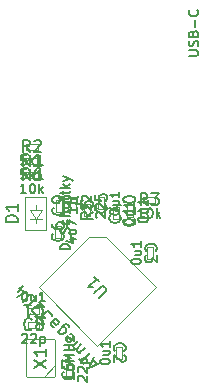
<source format=gbr>
G04 #@! TF.GenerationSoftware,KiCad,Pcbnew,(5.99.0-11424-g2f41dd4074)*
G04 #@! TF.CreationDate,2021-09-18T21:26:06+03:00*
G04 #@! TF.ProjectId,goldfish,676f6c64-6669-4736-982e-6b696361645f,C*
G04 #@! TF.SameCoordinates,Original*
G04 #@! TF.FileFunction,AssemblyDrawing,Top*
%FSLAX46Y46*%
G04 Gerber Fmt 4.6, Leading zero omitted, Abs format (unit mm)*
G04 Created by KiCad (PCBNEW (5.99.0-11424-g2f41dd4074)) date 2021-09-18 21:26:06*
%MOMM*%
%LPD*%
G01*
G04 APERTURE LIST*
%ADD10C,0.150000*%
%ADD11C,0.100000*%
G04 APERTURE END LIST*
D10*
X30642084Y-51522892D02*
X30305366Y-51186174D01*
X30911458Y-51388205D02*
X29968649Y-51859609D01*
X30440053Y-50916800D01*
X29598259Y-51489220D02*
X29194198Y-51085159D01*
X30103336Y-50580082D02*
X29396229Y-51287189D01*
X29665603Y-50142350D02*
X29194198Y-50613754D01*
X29261542Y-50546411D02*
X29194198Y-50546411D01*
X29093183Y-50512739D01*
X28992168Y-50411724D01*
X28958496Y-50310708D01*
X28992168Y-50209693D01*
X29362557Y-49839304D01*
X28992168Y-50209693D02*
X28891153Y-50243365D01*
X28790137Y-50209693D01*
X28689122Y-50108678D01*
X28655450Y-50007663D01*
X28689122Y-49906647D01*
X29059511Y-49536258D01*
X28419748Y-48963838D02*
X28520763Y-48997510D01*
X28655450Y-49132197D01*
X28689122Y-49233212D01*
X28655450Y-49334228D01*
X28386076Y-49603602D01*
X28285061Y-49637273D01*
X28184046Y-49603602D01*
X28049359Y-49468915D01*
X28015687Y-49367899D01*
X28049359Y-49266884D01*
X28116702Y-49199541D01*
X28520763Y-49468915D01*
X27342252Y-48761808D02*
X27914672Y-48189388D01*
X28015687Y-48155716D01*
X28083031Y-48155716D01*
X28184046Y-48189388D01*
X28285061Y-48290403D01*
X28318733Y-48391419D01*
X27779985Y-48324075D02*
X27881000Y-48357747D01*
X28015687Y-48492434D01*
X28049359Y-48593449D01*
X28049359Y-48660793D01*
X28015687Y-48761808D01*
X27813657Y-48963838D01*
X27712641Y-48997510D01*
X27645298Y-48997510D01*
X27544283Y-48963838D01*
X27409596Y-48829151D01*
X27375924Y-48728136D01*
X27173893Y-47650640D02*
X26803504Y-48021029D01*
X26769832Y-48122045D01*
X26803504Y-48223060D01*
X26938191Y-48357747D01*
X27039206Y-48391419D01*
X27140222Y-47684312D02*
X27241237Y-47717984D01*
X27409596Y-47886342D01*
X27443267Y-47987358D01*
X27409596Y-48088373D01*
X27342252Y-48155716D01*
X27241237Y-48189388D01*
X27140222Y-48155716D01*
X26971863Y-47987358D01*
X26870848Y-47953686D01*
X26197413Y-48088373D02*
X25759680Y-47650640D01*
X26264756Y-47616968D01*
X26163741Y-47515953D01*
X26130069Y-47414938D01*
X26130069Y-47347594D01*
X26163741Y-47246579D01*
X26332100Y-47078220D01*
X26433115Y-47044549D01*
X26500458Y-47044549D01*
X26601474Y-47078220D01*
X26803504Y-47280251D01*
X26837176Y-47381266D01*
X26837176Y-47448610D01*
X25557649Y-47313923D02*
X25490306Y-47313923D01*
X25389291Y-47280251D01*
X25220932Y-47111892D01*
X25187260Y-47010877D01*
X25187260Y-46943533D01*
X25220932Y-46842518D01*
X25288275Y-46775175D01*
X25422962Y-46707831D01*
X26231084Y-46707831D01*
X25793352Y-46270098D01*
X24783199Y-46674159D02*
X25355619Y-46101740D01*
X25389291Y-46000724D01*
X25389291Y-45933381D01*
X25355619Y-45832366D01*
X25220932Y-45697679D01*
X25119917Y-45664007D01*
X25052573Y-45664007D01*
X24951558Y-45697679D01*
X24379138Y-46270098D01*
X23975077Y-45394633D02*
X24446481Y-44923228D01*
X23874062Y-45832366D02*
X24547497Y-45495648D01*
X24109764Y-45057915D01*
X30851522Y-45925973D02*
X31423942Y-45353553D01*
X31457614Y-45252538D01*
X31457614Y-45185194D01*
X31423942Y-45084179D01*
X31289255Y-44949492D01*
X31188240Y-44915820D01*
X31120896Y-44915820D01*
X31019881Y-44949492D01*
X30447461Y-45521912D01*
X30447461Y-44107698D02*
X30851522Y-44511759D01*
X30649492Y-44309729D02*
X29942385Y-45016835D01*
X30110744Y-44983164D01*
X30245431Y-44983164D01*
X30346446Y-45016835D01*
X24328571Y-49008095D02*
X24366666Y-48970000D01*
X24442857Y-48931904D01*
X24633333Y-48931904D01*
X24709523Y-48970000D01*
X24747619Y-49008095D01*
X24785714Y-49084285D01*
X24785714Y-49160476D01*
X24747619Y-49274761D01*
X24290476Y-49731904D01*
X24785714Y-49731904D01*
X25090476Y-49008095D02*
X25128571Y-48970000D01*
X25204761Y-48931904D01*
X25395238Y-48931904D01*
X25471428Y-48970000D01*
X25509523Y-49008095D01*
X25547619Y-49084285D01*
X25547619Y-49160476D01*
X25509523Y-49274761D01*
X25052380Y-49731904D01*
X25547619Y-49731904D01*
X25890476Y-49198571D02*
X25890476Y-49998571D01*
X25890476Y-49236666D02*
X25966666Y-49198571D01*
X26119047Y-49198571D01*
X26195238Y-49236666D01*
X26233333Y-49274761D01*
X26271428Y-49350952D01*
X26271428Y-49579523D01*
X26233333Y-49655714D01*
X26195238Y-49693809D01*
X26119047Y-49731904D01*
X25966666Y-49731904D01*
X25890476Y-49693809D01*
X25133333Y-48557142D02*
X25085714Y-48604761D01*
X24942857Y-48652380D01*
X24847619Y-48652380D01*
X24704761Y-48604761D01*
X24609523Y-48509523D01*
X24561904Y-48414285D01*
X24514285Y-48223809D01*
X24514285Y-48080952D01*
X24561904Y-47890476D01*
X24609523Y-47795238D01*
X24704761Y-47700000D01*
X24847619Y-47652380D01*
X24942857Y-47652380D01*
X25085714Y-47700000D01*
X25133333Y-47747619D01*
X25704761Y-48080952D02*
X25609523Y-48033333D01*
X25561904Y-47985714D01*
X25514285Y-47890476D01*
X25514285Y-47842857D01*
X25561904Y-47747619D01*
X25609523Y-47700000D01*
X25704761Y-47652380D01*
X25895238Y-47652380D01*
X25990476Y-47700000D01*
X26038095Y-47747619D01*
X26085714Y-47842857D01*
X26085714Y-47890476D01*
X26038095Y-47985714D01*
X25990476Y-48033333D01*
X25895238Y-48080952D01*
X25704761Y-48080952D01*
X25609523Y-48128571D01*
X25561904Y-48176190D01*
X25514285Y-48271428D01*
X25514285Y-48461904D01*
X25561904Y-48557142D01*
X25609523Y-48604761D01*
X25704761Y-48652380D01*
X25895238Y-48652380D01*
X25990476Y-48604761D01*
X26038095Y-48557142D01*
X26085714Y-48461904D01*
X26085714Y-48271428D01*
X26038095Y-48176190D01*
X25990476Y-48128571D01*
X25895238Y-48080952D01*
X29108095Y-52971428D02*
X29070000Y-52933333D01*
X29031904Y-52857142D01*
X29031904Y-52666666D01*
X29070000Y-52590476D01*
X29108095Y-52552380D01*
X29184285Y-52514285D01*
X29260476Y-52514285D01*
X29374761Y-52552380D01*
X29831904Y-53009523D01*
X29831904Y-52514285D01*
X29108095Y-52209523D02*
X29070000Y-52171428D01*
X29031904Y-52095238D01*
X29031904Y-51904761D01*
X29070000Y-51828571D01*
X29108095Y-51790476D01*
X29184285Y-51752380D01*
X29260476Y-51752380D01*
X29374761Y-51790476D01*
X29831904Y-52247619D01*
X29831904Y-51752380D01*
X29298571Y-51409523D02*
X30098571Y-51409523D01*
X29336666Y-51409523D02*
X29298571Y-51333333D01*
X29298571Y-51180952D01*
X29336666Y-51104761D01*
X29374761Y-51066666D01*
X29450952Y-51028571D01*
X29679523Y-51028571D01*
X29755714Y-51066666D01*
X29793809Y-51104761D01*
X29831904Y-51180952D01*
X29831904Y-51333333D01*
X29793809Y-51409523D01*
X28657142Y-52166666D02*
X28704761Y-52214285D01*
X28752380Y-52357142D01*
X28752380Y-52452380D01*
X28704761Y-52595238D01*
X28609523Y-52690476D01*
X28514285Y-52738095D01*
X28323809Y-52785714D01*
X28180952Y-52785714D01*
X27990476Y-52738095D01*
X27895238Y-52690476D01*
X27800000Y-52595238D01*
X27752380Y-52452380D01*
X27752380Y-52357142D01*
X27800000Y-52214285D01*
X27847619Y-52166666D01*
X27752380Y-51833333D02*
X27752380Y-51166666D01*
X28752380Y-51595238D01*
X28711904Y-52352380D02*
X28711904Y-52809523D01*
X28711904Y-52580952D02*
X27911904Y-52580952D01*
X28026190Y-52657142D01*
X28102380Y-52733333D01*
X28140476Y-52809523D01*
X27911904Y-51666666D02*
X27911904Y-51819047D01*
X27950000Y-51895238D01*
X27988095Y-51933333D01*
X28102380Y-52009523D01*
X28254761Y-52047619D01*
X28559523Y-52047619D01*
X28635714Y-52009523D01*
X28673809Y-51971428D01*
X28711904Y-51895238D01*
X28711904Y-51742857D01*
X28673809Y-51666666D01*
X28635714Y-51628571D01*
X28559523Y-51590476D01*
X28369047Y-51590476D01*
X28292857Y-51628571D01*
X28254761Y-51666666D01*
X28216666Y-51742857D01*
X28216666Y-51895238D01*
X28254761Y-51971428D01*
X28292857Y-52009523D01*
X28369047Y-52047619D01*
X28711904Y-51247619D02*
X27911904Y-51247619D01*
X28483333Y-50980952D01*
X27911904Y-50714285D01*
X28711904Y-50714285D01*
X28711904Y-50333333D02*
X27911904Y-50333333D01*
X28292857Y-50333333D02*
X28292857Y-49876190D01*
X28711904Y-49876190D02*
X27911904Y-49876190D01*
X28178571Y-49571428D02*
X28178571Y-49152380D01*
X28711904Y-49571428D01*
X28711904Y-49152380D01*
X25352380Y-51809523D02*
X26352380Y-51142857D01*
X25352380Y-51142857D02*
X26352380Y-51809523D01*
X26352380Y-50238095D02*
X26352380Y-50809523D01*
X26352380Y-50523809D02*
X25352380Y-50523809D01*
X25495238Y-50619047D01*
X25590476Y-50714285D01*
X25638095Y-50809523D01*
X29458095Y-38459523D02*
X29420000Y-38421428D01*
X29381904Y-38345238D01*
X29381904Y-38154761D01*
X29420000Y-38078571D01*
X29458095Y-38040476D01*
X29534285Y-38002380D01*
X29610476Y-38002380D01*
X29724761Y-38040476D01*
X30181904Y-38497619D01*
X30181904Y-38002380D01*
X29458095Y-37697619D02*
X29420000Y-37659523D01*
X29381904Y-37583333D01*
X29381904Y-37392857D01*
X29420000Y-37316666D01*
X29458095Y-37278571D01*
X29534285Y-37240476D01*
X29610476Y-37240476D01*
X29724761Y-37278571D01*
X30181904Y-37735714D01*
X30181904Y-37240476D01*
X28483333Y-38302380D02*
X28150000Y-37826190D01*
X27911904Y-38302380D02*
X27911904Y-37302380D01*
X28292857Y-37302380D01*
X28388095Y-37350000D01*
X28435714Y-37397619D01*
X28483333Y-37492857D01*
X28483333Y-37635714D01*
X28435714Y-37730952D01*
X28388095Y-37778571D01*
X28292857Y-37826190D01*
X27911904Y-37826190D01*
X29340476Y-37635714D02*
X29340476Y-38302380D01*
X29102380Y-37254761D02*
X28864285Y-37969047D01*
X29483333Y-37969047D01*
X30658095Y-39109523D02*
X30620000Y-39071428D01*
X30581904Y-38995238D01*
X30581904Y-38804761D01*
X30620000Y-38728571D01*
X30658095Y-38690476D01*
X30734285Y-38652380D01*
X30810476Y-38652380D01*
X30924761Y-38690476D01*
X31381904Y-39147619D01*
X31381904Y-38652380D01*
X30658095Y-38347619D02*
X30620000Y-38309523D01*
X30581904Y-38233333D01*
X30581904Y-38042857D01*
X30620000Y-37966666D01*
X30658095Y-37928571D01*
X30734285Y-37890476D01*
X30810476Y-37890476D01*
X30924761Y-37928571D01*
X31381904Y-38385714D01*
X31381904Y-37890476D01*
X30302380Y-38666666D02*
X29826190Y-39000000D01*
X30302380Y-39238095D02*
X29302380Y-39238095D01*
X29302380Y-38857142D01*
X29350000Y-38761904D01*
X29397619Y-38714285D01*
X29492857Y-38666666D01*
X29635714Y-38666666D01*
X29730952Y-38714285D01*
X29778571Y-38761904D01*
X29826190Y-38857142D01*
X29826190Y-39238095D01*
X29302380Y-37761904D02*
X29302380Y-38238095D01*
X29778571Y-38285714D01*
X29730952Y-38238095D01*
X29683333Y-38142857D01*
X29683333Y-37904761D01*
X29730952Y-37809523D01*
X29778571Y-37761904D01*
X29873809Y-37714285D01*
X30111904Y-37714285D01*
X30207142Y-37761904D01*
X30254761Y-37809523D01*
X30302380Y-37904761D01*
X30302380Y-38142857D01*
X30254761Y-38238095D01*
X30207142Y-38285714D01*
X24673809Y-37031904D02*
X24216666Y-37031904D01*
X24445238Y-37031904D02*
X24445238Y-36231904D01*
X24369047Y-36346190D01*
X24292857Y-36422380D01*
X24216666Y-36460476D01*
X25169047Y-36231904D02*
X25245238Y-36231904D01*
X25321428Y-36270000D01*
X25359523Y-36308095D01*
X25397619Y-36384285D01*
X25435714Y-36536666D01*
X25435714Y-36727142D01*
X25397619Y-36879523D01*
X25359523Y-36955714D01*
X25321428Y-36993809D01*
X25245238Y-37031904D01*
X25169047Y-37031904D01*
X25092857Y-36993809D01*
X25054761Y-36955714D01*
X25016666Y-36879523D01*
X24978571Y-36727142D01*
X24978571Y-36536666D01*
X25016666Y-36384285D01*
X25054761Y-36308095D01*
X25092857Y-36270000D01*
X25169047Y-36231904D01*
X25778571Y-37031904D02*
X25778571Y-36231904D01*
X25854761Y-36727142D02*
X26083333Y-37031904D01*
X26083333Y-36498571D02*
X25778571Y-36803333D01*
X24983333Y-35952380D02*
X24650000Y-35476190D01*
X24411904Y-35952380D02*
X24411904Y-34952380D01*
X24792857Y-34952380D01*
X24888095Y-35000000D01*
X24935714Y-35047619D01*
X24983333Y-35142857D01*
X24983333Y-35285714D01*
X24935714Y-35380952D01*
X24888095Y-35428571D01*
X24792857Y-35476190D01*
X24411904Y-35476190D01*
X25840476Y-34952380D02*
X25650000Y-34952380D01*
X25554761Y-35000000D01*
X25507142Y-35047619D01*
X25411904Y-35190476D01*
X25364285Y-35380952D01*
X25364285Y-35761904D01*
X25411904Y-35857142D01*
X25459523Y-35904761D01*
X25554761Y-35952380D01*
X25745238Y-35952380D01*
X25840476Y-35904761D01*
X25888095Y-35857142D01*
X25935714Y-35761904D01*
X25935714Y-35523809D01*
X25888095Y-35428571D01*
X25840476Y-35380952D01*
X25745238Y-35333333D01*
X25554761Y-35333333D01*
X25459523Y-35380952D01*
X25411904Y-35428571D01*
X25364285Y-35523809D01*
X28981904Y-38233333D02*
X28981904Y-38690476D01*
X28981904Y-38461904D02*
X28181904Y-38461904D01*
X28296190Y-38538095D01*
X28372380Y-38614285D01*
X28410476Y-38690476D01*
X28448571Y-37547619D02*
X28981904Y-37547619D01*
X28448571Y-37890476D02*
X28867619Y-37890476D01*
X28943809Y-37852380D01*
X28981904Y-37776190D01*
X28981904Y-37661904D01*
X28943809Y-37585714D01*
X28905714Y-37547619D01*
X27807142Y-38266666D02*
X27854761Y-38314285D01*
X27902380Y-38457142D01*
X27902380Y-38552380D01*
X27854761Y-38695238D01*
X27759523Y-38790476D01*
X27664285Y-38838095D01*
X27473809Y-38885714D01*
X27330952Y-38885714D01*
X27140476Y-38838095D01*
X27045238Y-38790476D01*
X26950000Y-38695238D01*
X26902380Y-38552380D01*
X26902380Y-38457142D01*
X26950000Y-38314285D01*
X26997619Y-38266666D01*
X27902380Y-37790476D02*
X27902380Y-37600000D01*
X27854761Y-37504761D01*
X27807142Y-37457142D01*
X27664285Y-37361904D01*
X27473809Y-37314285D01*
X27092857Y-37314285D01*
X26997619Y-37361904D01*
X26950000Y-37409523D01*
X26902380Y-37504761D01*
X26902380Y-37695238D01*
X26950000Y-37790476D01*
X26997619Y-37838095D01*
X27092857Y-37885714D01*
X27330952Y-37885714D01*
X27426190Y-37838095D01*
X27473809Y-37790476D01*
X27521428Y-37695238D01*
X27521428Y-37504761D01*
X27473809Y-37409523D01*
X27426190Y-37361904D01*
X27330952Y-37314285D01*
X32981904Y-39530952D02*
X32981904Y-39454761D01*
X33020000Y-39378571D01*
X33058095Y-39340476D01*
X33134285Y-39302380D01*
X33286666Y-39264285D01*
X33477142Y-39264285D01*
X33629523Y-39302380D01*
X33705714Y-39340476D01*
X33743809Y-39378571D01*
X33781904Y-39454761D01*
X33781904Y-39530952D01*
X33743809Y-39607142D01*
X33705714Y-39645238D01*
X33629523Y-39683333D01*
X33477142Y-39721428D01*
X33286666Y-39721428D01*
X33134285Y-39683333D01*
X33058095Y-39645238D01*
X33020000Y-39607142D01*
X32981904Y-39530952D01*
X33248571Y-38578571D02*
X33781904Y-38578571D01*
X33248571Y-38921428D02*
X33667619Y-38921428D01*
X33743809Y-38883333D01*
X33781904Y-38807142D01*
X33781904Y-38692857D01*
X33743809Y-38616666D01*
X33705714Y-38578571D01*
X33781904Y-37778571D02*
X33781904Y-38235714D01*
X33781904Y-38007142D02*
X32981904Y-38007142D01*
X33096190Y-38083333D01*
X33172380Y-38159523D01*
X33210476Y-38235714D01*
X32607142Y-38916666D02*
X32654761Y-38964285D01*
X32702380Y-39107142D01*
X32702380Y-39202380D01*
X32654761Y-39345238D01*
X32559523Y-39440476D01*
X32464285Y-39488095D01*
X32273809Y-39535714D01*
X32130952Y-39535714D01*
X31940476Y-39488095D01*
X31845238Y-39440476D01*
X31750000Y-39345238D01*
X31702380Y-39202380D01*
X31702380Y-39107142D01*
X31750000Y-38964285D01*
X31797619Y-38916666D01*
X32035714Y-38059523D02*
X32702380Y-38059523D01*
X31654761Y-38297619D02*
X32369047Y-38535714D01*
X32369047Y-37916666D01*
X28361904Y-41797619D02*
X27561904Y-41797619D01*
X27561904Y-41607142D01*
X27600000Y-41492857D01*
X27676190Y-41416666D01*
X27752380Y-41378571D01*
X27904761Y-41340476D01*
X28019047Y-41340476D01*
X28171428Y-41378571D01*
X28247619Y-41416666D01*
X28323809Y-41492857D01*
X28361904Y-41607142D01*
X28361904Y-41797619D01*
X28438095Y-41188095D02*
X28438095Y-40578571D01*
X28323809Y-40426190D02*
X28361904Y-40311904D01*
X28361904Y-40121428D01*
X28323809Y-40045238D01*
X28285714Y-40007142D01*
X28209523Y-39969047D01*
X28133333Y-39969047D01*
X28057142Y-40007142D01*
X28019047Y-40045238D01*
X27980952Y-40121428D01*
X27942857Y-40273809D01*
X27904761Y-40350000D01*
X27866666Y-40388095D01*
X27790476Y-40426190D01*
X27714285Y-40426190D01*
X27638095Y-40388095D01*
X27600000Y-40350000D01*
X27561904Y-40273809D01*
X27561904Y-40083333D01*
X27600000Y-39969047D01*
X28323809Y-39283333D02*
X28361904Y-39359523D01*
X28361904Y-39511904D01*
X28323809Y-39588095D01*
X28285714Y-39626190D01*
X28209523Y-39664285D01*
X27980952Y-39664285D01*
X27904761Y-39626190D01*
X27866666Y-39588095D01*
X27828571Y-39511904D01*
X27828571Y-39359523D01*
X27866666Y-39283333D01*
X28361904Y-38940476D02*
X27561904Y-38940476D01*
X28361904Y-38597619D02*
X27942857Y-38597619D01*
X27866666Y-38635714D01*
X27828571Y-38711904D01*
X27828571Y-38826190D01*
X27866666Y-38902380D01*
X27904761Y-38940476D01*
X28361904Y-38102380D02*
X28323809Y-38178571D01*
X28285714Y-38216666D01*
X28209523Y-38254761D01*
X27980952Y-38254761D01*
X27904761Y-38216666D01*
X27866666Y-38178571D01*
X27828571Y-38102380D01*
X27828571Y-37988095D01*
X27866666Y-37911904D01*
X27904761Y-37873809D01*
X27980952Y-37835714D01*
X28209523Y-37835714D01*
X28285714Y-37873809D01*
X28323809Y-37911904D01*
X28361904Y-37988095D01*
X28361904Y-38102380D01*
X27828571Y-37607142D02*
X27828571Y-37302380D01*
X27561904Y-37492857D02*
X28247619Y-37492857D01*
X28323809Y-37454761D01*
X28361904Y-37378571D01*
X28361904Y-37302380D01*
X27828571Y-37150000D02*
X27828571Y-36845238D01*
X27561904Y-37035714D02*
X28247619Y-37035714D01*
X28323809Y-36997619D01*
X28361904Y-36921428D01*
X28361904Y-36845238D01*
X28361904Y-36578571D02*
X27561904Y-36578571D01*
X28057142Y-36502380D02*
X28361904Y-36273809D01*
X27828571Y-36273809D02*
X28133333Y-36578571D01*
X27828571Y-36007142D02*
X28361904Y-35816666D01*
X27828571Y-35626190D02*
X28361904Y-35816666D01*
X28552380Y-35892857D01*
X28590476Y-35930952D01*
X28628571Y-36007142D01*
X23952380Y-39488095D02*
X22952380Y-39488095D01*
X22952380Y-39250000D01*
X23000000Y-39107142D01*
X23095238Y-39011904D01*
X23190476Y-38964285D01*
X23380952Y-38916666D01*
X23523809Y-38916666D01*
X23714285Y-38964285D01*
X23809523Y-39011904D01*
X23904761Y-39107142D01*
X23952380Y-39250000D01*
X23952380Y-39488095D01*
X23952380Y-37964285D02*
X23952380Y-38535714D01*
X23952380Y-38250000D02*
X22952380Y-38250000D01*
X23095238Y-38345238D01*
X23190476Y-38440476D01*
X23238095Y-38535714D01*
X28398571Y-40890476D02*
X28931904Y-40890476D01*
X28093809Y-41080952D02*
X28665238Y-41271428D01*
X28665238Y-40776190D01*
X28398571Y-40128571D02*
X28931904Y-40128571D01*
X28398571Y-40471428D02*
X28817619Y-40471428D01*
X28893809Y-40433333D01*
X28931904Y-40357142D01*
X28931904Y-40242857D01*
X28893809Y-40166666D01*
X28855714Y-40128571D01*
X28131904Y-39823809D02*
X28131904Y-39290476D01*
X28931904Y-39633333D01*
X27757142Y-40466666D02*
X27804761Y-40514285D01*
X27852380Y-40657142D01*
X27852380Y-40752380D01*
X27804761Y-40895238D01*
X27709523Y-40990476D01*
X27614285Y-41038095D01*
X27423809Y-41085714D01*
X27280952Y-41085714D01*
X27090476Y-41038095D01*
X26995238Y-40990476D01*
X26900000Y-40895238D01*
X26852380Y-40752380D01*
X26852380Y-40657142D01*
X26900000Y-40514285D01*
X26947619Y-40466666D01*
X26852380Y-39609523D02*
X26852380Y-39800000D01*
X26900000Y-39895238D01*
X26947619Y-39942857D01*
X27090476Y-40038095D01*
X27280952Y-40085714D01*
X27661904Y-40085714D01*
X27757142Y-40038095D01*
X27804761Y-39990476D01*
X27852380Y-39895238D01*
X27852380Y-39704761D01*
X27804761Y-39609523D01*
X27757142Y-39561904D01*
X27661904Y-39514285D01*
X27423809Y-39514285D01*
X27328571Y-39561904D01*
X27280952Y-39609523D01*
X27233333Y-39704761D01*
X27233333Y-39895238D01*
X27280952Y-39990476D01*
X27328571Y-40038095D01*
X27423809Y-40085714D01*
X34623809Y-39131904D02*
X34166666Y-39131904D01*
X34395238Y-39131904D02*
X34395238Y-38331904D01*
X34319047Y-38446190D01*
X34242857Y-38522380D01*
X34166666Y-38560476D01*
X35119047Y-38331904D02*
X35195238Y-38331904D01*
X35271428Y-38370000D01*
X35309523Y-38408095D01*
X35347619Y-38484285D01*
X35385714Y-38636666D01*
X35385714Y-38827142D01*
X35347619Y-38979523D01*
X35309523Y-39055714D01*
X35271428Y-39093809D01*
X35195238Y-39131904D01*
X35119047Y-39131904D01*
X35042857Y-39093809D01*
X35004761Y-39055714D01*
X34966666Y-38979523D01*
X34928571Y-38827142D01*
X34928571Y-38636666D01*
X34966666Y-38484285D01*
X35004761Y-38408095D01*
X35042857Y-38370000D01*
X35119047Y-38331904D01*
X35728571Y-39131904D02*
X35728571Y-38331904D01*
X35804761Y-38827142D02*
X36033333Y-39131904D01*
X36033333Y-38598571D02*
X35728571Y-38903333D01*
X34933333Y-38052380D02*
X34600000Y-37576190D01*
X34361904Y-38052380D02*
X34361904Y-37052380D01*
X34742857Y-37052380D01*
X34838095Y-37100000D01*
X34885714Y-37147619D01*
X34933333Y-37242857D01*
X34933333Y-37385714D01*
X34885714Y-37480952D01*
X34838095Y-37528571D01*
X34742857Y-37576190D01*
X34361904Y-37576190D01*
X35266666Y-37052380D02*
X35885714Y-37052380D01*
X35552380Y-37433333D01*
X35695238Y-37433333D01*
X35790476Y-37480952D01*
X35838095Y-37528571D01*
X35885714Y-37623809D01*
X35885714Y-37861904D01*
X35838095Y-37957142D01*
X35790476Y-38004761D01*
X35695238Y-38052380D01*
X35409523Y-38052380D01*
X35314285Y-38004761D01*
X35266666Y-37957142D01*
X38451904Y-25394761D02*
X39099523Y-25394761D01*
X39175714Y-25356666D01*
X39213809Y-25318571D01*
X39251904Y-25242380D01*
X39251904Y-25090000D01*
X39213809Y-25013809D01*
X39175714Y-24975714D01*
X39099523Y-24937619D01*
X38451904Y-24937619D01*
X39213809Y-24594761D02*
X39251904Y-24480476D01*
X39251904Y-24290000D01*
X39213809Y-24213809D01*
X39175714Y-24175714D01*
X39099523Y-24137619D01*
X39023333Y-24137619D01*
X38947142Y-24175714D01*
X38909047Y-24213809D01*
X38870952Y-24290000D01*
X38832857Y-24442380D01*
X38794761Y-24518571D01*
X38756666Y-24556666D01*
X38680476Y-24594761D01*
X38604285Y-24594761D01*
X38528095Y-24556666D01*
X38490000Y-24518571D01*
X38451904Y-24442380D01*
X38451904Y-24251904D01*
X38490000Y-24137619D01*
X38832857Y-23528095D02*
X38870952Y-23413809D01*
X38909047Y-23375714D01*
X38985238Y-23337619D01*
X39099523Y-23337619D01*
X39175714Y-23375714D01*
X39213809Y-23413809D01*
X39251904Y-23490000D01*
X39251904Y-23794761D01*
X38451904Y-23794761D01*
X38451904Y-23528095D01*
X38490000Y-23451904D01*
X38528095Y-23413809D01*
X38604285Y-23375714D01*
X38680476Y-23375714D01*
X38756666Y-23413809D01*
X38794761Y-23451904D01*
X38832857Y-23528095D01*
X38832857Y-23794761D01*
X38947142Y-22994761D02*
X38947142Y-22385238D01*
X39175714Y-21547142D02*
X39213809Y-21585238D01*
X39251904Y-21699523D01*
X39251904Y-21775714D01*
X39213809Y-21890000D01*
X39137619Y-21966190D01*
X39061428Y-22004285D01*
X38909047Y-22042380D01*
X38794761Y-22042380D01*
X38642380Y-22004285D01*
X38566190Y-21966190D01*
X38490000Y-21890000D01*
X38451904Y-21775714D01*
X38451904Y-21699523D01*
X38490000Y-21585238D01*
X38528095Y-21547142D01*
X24635714Y-33831904D02*
X24254761Y-33831904D01*
X24216666Y-34212857D01*
X24254761Y-34174761D01*
X24330952Y-34136666D01*
X24521428Y-34136666D01*
X24597619Y-34174761D01*
X24635714Y-34212857D01*
X24673809Y-34289047D01*
X24673809Y-34479523D01*
X24635714Y-34555714D01*
X24597619Y-34593809D01*
X24521428Y-34631904D01*
X24330952Y-34631904D01*
X24254761Y-34593809D01*
X24216666Y-34555714D01*
X25016666Y-34631904D02*
X25016666Y-33831904D01*
X25092857Y-34327142D02*
X25321428Y-34631904D01*
X25321428Y-34098571D02*
X25016666Y-34403333D01*
X26083333Y-34631904D02*
X25626190Y-34631904D01*
X25854761Y-34631904D02*
X25854761Y-33831904D01*
X25778571Y-33946190D01*
X25702380Y-34022380D01*
X25626190Y-34060476D01*
X24983333Y-33552380D02*
X24650000Y-33076190D01*
X24411904Y-33552380D02*
X24411904Y-32552380D01*
X24792857Y-32552380D01*
X24888095Y-32600000D01*
X24935714Y-32647619D01*
X24983333Y-32742857D01*
X24983333Y-32885714D01*
X24935714Y-32980952D01*
X24888095Y-33028571D01*
X24792857Y-33076190D01*
X24411904Y-33076190D01*
X25364285Y-32647619D02*
X25411904Y-32600000D01*
X25507142Y-32552380D01*
X25745238Y-32552380D01*
X25840476Y-32600000D01*
X25888095Y-32647619D01*
X25935714Y-32742857D01*
X25935714Y-32838095D01*
X25888095Y-32980952D01*
X25316666Y-33552380D01*
X25935714Y-33552380D01*
X24635714Y-35031904D02*
X24254761Y-35031904D01*
X24216666Y-35412857D01*
X24254761Y-35374761D01*
X24330952Y-35336666D01*
X24521428Y-35336666D01*
X24597619Y-35374761D01*
X24635714Y-35412857D01*
X24673809Y-35489047D01*
X24673809Y-35679523D01*
X24635714Y-35755714D01*
X24597619Y-35793809D01*
X24521428Y-35831904D01*
X24330952Y-35831904D01*
X24254761Y-35793809D01*
X24216666Y-35755714D01*
X25016666Y-35831904D02*
X25016666Y-35031904D01*
X25092857Y-35527142D02*
X25321428Y-35831904D01*
X25321428Y-35298571D02*
X25016666Y-35603333D01*
X26083333Y-35831904D02*
X25626190Y-35831904D01*
X25854761Y-35831904D02*
X25854761Y-35031904D01*
X25778571Y-35146190D01*
X25702380Y-35222380D01*
X25626190Y-35260476D01*
X24983333Y-34752380D02*
X24650000Y-34276190D01*
X24411904Y-34752380D02*
X24411904Y-33752380D01*
X24792857Y-33752380D01*
X24888095Y-33800000D01*
X24935714Y-33847619D01*
X24983333Y-33942857D01*
X24983333Y-34085714D01*
X24935714Y-34180952D01*
X24888095Y-34228571D01*
X24792857Y-34276190D01*
X24411904Y-34276190D01*
X25935714Y-34752380D02*
X25364285Y-34752380D01*
X25650000Y-34752380D02*
X25650000Y-33752380D01*
X25554761Y-33895238D01*
X25459523Y-33990476D01*
X25364285Y-34038095D01*
X31781904Y-38680952D02*
X31781904Y-38604761D01*
X31820000Y-38528571D01*
X31858095Y-38490476D01*
X31934285Y-38452380D01*
X32086666Y-38414285D01*
X32277142Y-38414285D01*
X32429523Y-38452380D01*
X32505714Y-38490476D01*
X32543809Y-38528571D01*
X32581904Y-38604761D01*
X32581904Y-38680952D01*
X32543809Y-38757142D01*
X32505714Y-38795238D01*
X32429523Y-38833333D01*
X32277142Y-38871428D01*
X32086666Y-38871428D01*
X31934285Y-38833333D01*
X31858095Y-38795238D01*
X31820000Y-38757142D01*
X31781904Y-38680952D01*
X32048571Y-37728571D02*
X32581904Y-37728571D01*
X32048571Y-38071428D02*
X32467619Y-38071428D01*
X32543809Y-38033333D01*
X32581904Y-37957142D01*
X32581904Y-37842857D01*
X32543809Y-37766666D01*
X32505714Y-37728571D01*
X32581904Y-36928571D02*
X32581904Y-37385714D01*
X32581904Y-37157142D02*
X31781904Y-37157142D01*
X31896190Y-37233333D01*
X31972380Y-37309523D01*
X32010476Y-37385714D01*
X31407142Y-38066666D02*
X31454761Y-38114285D01*
X31502380Y-38257142D01*
X31502380Y-38352380D01*
X31454761Y-38495238D01*
X31359523Y-38590476D01*
X31264285Y-38638095D01*
X31073809Y-38685714D01*
X30930952Y-38685714D01*
X30740476Y-38638095D01*
X30645238Y-38590476D01*
X30550000Y-38495238D01*
X30502380Y-38352380D01*
X30502380Y-38257142D01*
X30550000Y-38114285D01*
X30597619Y-38066666D01*
X30502380Y-37161904D02*
X30502380Y-37638095D01*
X30978571Y-37685714D01*
X30930952Y-37638095D01*
X30883333Y-37542857D01*
X30883333Y-37304761D01*
X30930952Y-37209523D01*
X30978571Y-37161904D01*
X31073809Y-37114285D01*
X31311904Y-37114285D01*
X31407142Y-37161904D01*
X31454761Y-37209523D01*
X31502380Y-37304761D01*
X31502380Y-37542857D01*
X31454761Y-37638095D01*
X31407142Y-37685714D01*
X33591904Y-42880952D02*
X33591904Y-42804761D01*
X33630000Y-42728571D01*
X33668095Y-42690476D01*
X33744285Y-42652380D01*
X33896666Y-42614285D01*
X34087142Y-42614285D01*
X34239523Y-42652380D01*
X34315714Y-42690476D01*
X34353809Y-42728571D01*
X34391904Y-42804761D01*
X34391904Y-42880952D01*
X34353809Y-42957142D01*
X34315714Y-42995238D01*
X34239523Y-43033333D01*
X34087142Y-43071428D01*
X33896666Y-43071428D01*
X33744285Y-43033333D01*
X33668095Y-42995238D01*
X33630000Y-42957142D01*
X33591904Y-42880952D01*
X33858571Y-41928571D02*
X34391904Y-41928571D01*
X33858571Y-42271428D02*
X34277619Y-42271428D01*
X34353809Y-42233333D01*
X34391904Y-42157142D01*
X34391904Y-42042857D01*
X34353809Y-41966666D01*
X34315714Y-41928571D01*
X34391904Y-41128571D02*
X34391904Y-41585714D01*
X34391904Y-41357142D02*
X33591904Y-41357142D01*
X33706190Y-41433333D01*
X33782380Y-41509523D01*
X33820476Y-41585714D01*
X34842857Y-41933333D02*
X34795238Y-41885714D01*
X34747619Y-41742857D01*
X34747619Y-41647619D01*
X34795238Y-41504761D01*
X34890476Y-41409523D01*
X34985714Y-41361904D01*
X35176190Y-41314285D01*
X35319047Y-41314285D01*
X35509523Y-41361904D01*
X35604761Y-41409523D01*
X35700000Y-41504761D01*
X35747619Y-41647619D01*
X35747619Y-41742857D01*
X35700000Y-41885714D01*
X35652380Y-41933333D01*
X35747619Y-42266666D02*
X35747619Y-42885714D01*
X35366666Y-42552380D01*
X35366666Y-42695238D01*
X35319047Y-42790476D01*
X35271428Y-42838095D01*
X35176190Y-42885714D01*
X34938095Y-42885714D01*
X34842857Y-42838095D01*
X34795238Y-42790476D01*
X34747619Y-42695238D01*
X34747619Y-42409523D01*
X34795238Y-42314285D01*
X34842857Y-42266666D01*
X30941904Y-51330952D02*
X30941904Y-51254761D01*
X30980000Y-51178571D01*
X31018095Y-51140476D01*
X31094285Y-51102380D01*
X31246666Y-51064285D01*
X31437142Y-51064285D01*
X31589523Y-51102380D01*
X31665714Y-51140476D01*
X31703809Y-51178571D01*
X31741904Y-51254761D01*
X31741904Y-51330952D01*
X31703809Y-51407142D01*
X31665714Y-51445238D01*
X31589523Y-51483333D01*
X31437142Y-51521428D01*
X31246666Y-51521428D01*
X31094285Y-51483333D01*
X31018095Y-51445238D01*
X30980000Y-51407142D01*
X30941904Y-51330952D01*
X31208571Y-50378571D02*
X31741904Y-50378571D01*
X31208571Y-50721428D02*
X31627619Y-50721428D01*
X31703809Y-50683333D01*
X31741904Y-50607142D01*
X31741904Y-50492857D01*
X31703809Y-50416666D01*
X31665714Y-50378571D01*
X31741904Y-49578571D02*
X31741904Y-50035714D01*
X31741904Y-49807142D02*
X30941904Y-49807142D01*
X31056190Y-49883333D01*
X31132380Y-49959523D01*
X31170476Y-50035714D01*
X32192857Y-50383333D02*
X32145238Y-50335714D01*
X32097619Y-50192857D01*
X32097619Y-50097619D01*
X32145238Y-49954761D01*
X32240476Y-49859523D01*
X32335714Y-49811904D01*
X32526190Y-49764285D01*
X32669047Y-49764285D01*
X32859523Y-49811904D01*
X32954761Y-49859523D01*
X33050000Y-49954761D01*
X33097619Y-50097619D01*
X33097619Y-50192857D01*
X33050000Y-50335714D01*
X33002380Y-50383333D01*
X33002380Y-50764285D02*
X33050000Y-50811904D01*
X33097619Y-50907142D01*
X33097619Y-51145238D01*
X33050000Y-51240476D01*
X33002380Y-51288095D01*
X32907142Y-51335714D01*
X32811904Y-51335714D01*
X32669047Y-51288095D01*
X32097619Y-50716666D01*
X32097619Y-51335714D01*
X24519047Y-45391904D02*
X24595238Y-45391904D01*
X24671428Y-45430000D01*
X24709523Y-45468095D01*
X24747619Y-45544285D01*
X24785714Y-45696666D01*
X24785714Y-45887142D01*
X24747619Y-46039523D01*
X24709523Y-46115714D01*
X24671428Y-46153809D01*
X24595238Y-46191904D01*
X24519047Y-46191904D01*
X24442857Y-46153809D01*
X24404761Y-46115714D01*
X24366666Y-46039523D01*
X24328571Y-45887142D01*
X24328571Y-45696666D01*
X24366666Y-45544285D01*
X24404761Y-45468095D01*
X24442857Y-45430000D01*
X24519047Y-45391904D01*
X25471428Y-45658571D02*
X25471428Y-46191904D01*
X25128571Y-45658571D02*
X25128571Y-46077619D01*
X25166666Y-46153809D01*
X25242857Y-46191904D01*
X25357142Y-46191904D01*
X25433333Y-46153809D01*
X25471428Y-46115714D01*
X26271428Y-46191904D02*
X25814285Y-46191904D01*
X26042857Y-46191904D02*
X26042857Y-45391904D01*
X25966666Y-45506190D01*
X25890476Y-45582380D01*
X25814285Y-45620476D01*
X25466666Y-46642857D02*
X25514285Y-46595238D01*
X25657142Y-46547619D01*
X25752380Y-46547619D01*
X25895238Y-46595238D01*
X25990476Y-46690476D01*
X26038095Y-46785714D01*
X26085714Y-46976190D01*
X26085714Y-47119047D01*
X26038095Y-47309523D01*
X25990476Y-47404761D01*
X25895238Y-47500000D01*
X25752380Y-47547619D01*
X25657142Y-47547619D01*
X25514285Y-47500000D01*
X25466666Y-47452380D01*
X24514285Y-46547619D02*
X25085714Y-46547619D01*
X24800000Y-46547619D02*
X24800000Y-47547619D01*
X24895238Y-47404761D01*
X24990476Y-47309523D01*
X25085714Y-47261904D01*
X34181904Y-39330952D02*
X34181904Y-39254761D01*
X34220000Y-39178571D01*
X34258095Y-39140476D01*
X34334285Y-39102380D01*
X34486666Y-39064285D01*
X34677142Y-39064285D01*
X34829523Y-39102380D01*
X34905714Y-39140476D01*
X34943809Y-39178571D01*
X34981904Y-39254761D01*
X34981904Y-39330952D01*
X34943809Y-39407142D01*
X34905714Y-39445238D01*
X34829523Y-39483333D01*
X34677142Y-39521428D01*
X34486666Y-39521428D01*
X34334285Y-39483333D01*
X34258095Y-39445238D01*
X34220000Y-39407142D01*
X34181904Y-39330952D01*
X34448571Y-38378571D02*
X34981904Y-38378571D01*
X34448571Y-38721428D02*
X34867619Y-38721428D01*
X34943809Y-38683333D01*
X34981904Y-38607142D01*
X34981904Y-38492857D01*
X34943809Y-38416666D01*
X34905714Y-38378571D01*
X34981904Y-37578571D02*
X34981904Y-38035714D01*
X34981904Y-37807142D02*
X34181904Y-37807142D01*
X34296190Y-37883333D01*
X34372380Y-37959523D01*
X34410476Y-38035714D01*
X33807142Y-39192857D02*
X33854761Y-39240476D01*
X33902380Y-39383333D01*
X33902380Y-39478571D01*
X33854761Y-39621428D01*
X33759523Y-39716666D01*
X33664285Y-39764285D01*
X33473809Y-39811904D01*
X33330952Y-39811904D01*
X33140476Y-39764285D01*
X33045238Y-39716666D01*
X32950000Y-39621428D01*
X32902380Y-39478571D01*
X32902380Y-39383333D01*
X32950000Y-39240476D01*
X32997619Y-39192857D01*
X33902380Y-38240476D02*
X33902380Y-38811904D01*
X33902380Y-38526190D02*
X32902380Y-38526190D01*
X33045238Y-38621428D01*
X33140476Y-38716666D01*
X33188095Y-38811904D01*
X32902380Y-37621428D02*
X32902380Y-37526190D01*
X32950000Y-37430952D01*
X32997619Y-37383333D01*
X33092857Y-37335714D01*
X33283333Y-37288095D01*
X33521428Y-37288095D01*
X33711904Y-37335714D01*
X33807142Y-37383333D01*
X33854761Y-37430952D01*
X33902380Y-37526190D01*
X33902380Y-37621428D01*
X33854761Y-37716666D01*
X33807142Y-37764285D01*
X33711904Y-37811904D01*
X33521428Y-37859523D01*
X33283333Y-37859523D01*
X33092857Y-37811904D01*
X32997619Y-37764285D01*
X32950000Y-37716666D01*
X32902380Y-37621428D01*
D11*
X29992893Y-40757359D02*
X31407107Y-40757359D01*
X30700000Y-49949747D02*
X25750253Y-45000000D01*
X35649747Y-45000000D02*
X30700000Y-49949747D01*
X31407107Y-40757359D02*
X35649747Y-45000000D01*
X25750253Y-45000000D02*
X29992893Y-40757359D01*
X24800000Y-48450000D02*
X24800000Y-47950000D01*
X25800000Y-48450000D02*
X24800000Y-48450000D01*
X24800000Y-47950000D02*
X25800000Y-47950000D01*
X25800000Y-47950000D02*
X25800000Y-48450000D01*
X28050000Y-52500000D02*
X28050000Y-51500000D01*
X28550000Y-52500000D02*
X28050000Y-52500000D01*
X28550000Y-51500000D02*
X28550000Y-52500000D01*
X28050000Y-51500000D02*
X28550000Y-51500000D01*
X24750000Y-52600000D02*
X24650000Y-52500000D01*
X24650000Y-49500000D02*
X24750000Y-49400000D01*
X27050000Y-49400000D02*
X27150000Y-49500000D01*
X24650000Y-52500000D02*
X24650000Y-49500000D01*
X26150000Y-52600000D02*
X27150000Y-51600000D01*
X24750000Y-49400000D02*
X27050000Y-49400000D01*
X27050000Y-52600000D02*
X24750000Y-52600000D01*
X27150000Y-52500000D02*
X27050000Y-52600000D01*
X27150000Y-49500000D02*
X27150000Y-52500000D01*
X28900000Y-37350000D02*
X28900000Y-38350000D01*
X28400000Y-38350000D02*
X28400000Y-37350000D01*
X28400000Y-37350000D02*
X28900000Y-37350000D01*
X28900000Y-38350000D02*
X28400000Y-38350000D01*
X30100000Y-39000000D02*
X29600000Y-39000000D01*
X30100000Y-38000000D02*
X30100000Y-39000000D01*
X29600000Y-38000000D02*
X30100000Y-38000000D01*
X29600000Y-39000000D02*
X29600000Y-38000000D01*
X25650000Y-35250000D02*
X25650000Y-35750000D01*
X25650000Y-35750000D02*
X24650000Y-35750000D01*
X24650000Y-35750000D02*
X24650000Y-35250000D01*
X24650000Y-35250000D02*
X25650000Y-35250000D01*
X27700000Y-38600000D02*
X27200000Y-38600000D01*
X27200000Y-38600000D02*
X27200000Y-37600000D01*
X27200000Y-37600000D02*
X27700000Y-37600000D01*
X27700000Y-37600000D02*
X27700000Y-38600000D01*
X32500000Y-38250000D02*
X32500000Y-39250000D01*
X32500000Y-39250000D02*
X32000000Y-39250000D01*
X32000000Y-39250000D02*
X32000000Y-38250000D01*
X32000000Y-38250000D02*
X32500000Y-38250000D01*
X24600000Y-40150000D02*
X24600000Y-37350000D01*
X26000000Y-38450000D02*
X25000000Y-38450000D01*
X25000000Y-38450000D02*
X25500000Y-39250000D01*
X26400000Y-37350000D02*
X26400000Y-40150000D01*
X25500000Y-39550000D02*
X25500000Y-39250000D01*
X25500000Y-39250000D02*
X26000000Y-38450000D01*
X26400000Y-40150000D02*
X24600000Y-40150000D01*
X25500000Y-38450000D02*
X25500000Y-38050000D01*
X25500000Y-39250000D02*
X26000000Y-39250000D01*
X25500000Y-39250000D02*
X25000000Y-39250000D01*
X24600000Y-37350000D02*
X26400000Y-37350000D01*
X27650000Y-40800000D02*
X27150000Y-40800000D01*
X27150000Y-40800000D02*
X27150000Y-39800000D01*
X27650000Y-39800000D02*
X27650000Y-40800000D01*
X27150000Y-39800000D02*
X27650000Y-39800000D01*
X34600000Y-37850000D02*
X34600000Y-37350000D01*
X34600000Y-37350000D02*
X35600000Y-37350000D01*
X35600000Y-37350000D02*
X35600000Y-37850000D01*
X35600000Y-37850000D02*
X34600000Y-37850000D01*
X24650000Y-33350000D02*
X24650000Y-32850000D01*
X24650000Y-32850000D02*
X25650000Y-32850000D01*
X25650000Y-32850000D02*
X25650000Y-33350000D01*
X25650000Y-33350000D02*
X24650000Y-33350000D01*
X25650000Y-34050000D02*
X25650000Y-34550000D01*
X24650000Y-34550000D02*
X24650000Y-34050000D01*
X24650000Y-34050000D02*
X25650000Y-34050000D01*
X25650000Y-34550000D02*
X24650000Y-34550000D01*
X31300000Y-38400000D02*
X30800000Y-38400000D01*
X31300000Y-37400000D02*
X31300000Y-38400000D01*
X30800000Y-37400000D02*
X31300000Y-37400000D01*
X30800000Y-38400000D02*
X30800000Y-37400000D01*
X34950000Y-41600000D02*
X35450000Y-41600000D01*
X34950000Y-42600000D02*
X34950000Y-41600000D01*
X35450000Y-41600000D02*
X35450000Y-42600000D01*
X35450000Y-42600000D02*
X34950000Y-42600000D01*
X32800000Y-50050000D02*
X32800000Y-51050000D01*
X32800000Y-51050000D02*
X32300000Y-51050000D01*
X32300000Y-50050000D02*
X32800000Y-50050000D01*
X32300000Y-51050000D02*
X32300000Y-50050000D01*
X24800000Y-47250000D02*
X24800000Y-46750000D01*
X25800000Y-47250000D02*
X24800000Y-47250000D01*
X24800000Y-46750000D02*
X25800000Y-46750000D01*
X25800000Y-46750000D02*
X25800000Y-47250000D01*
X33200000Y-38050000D02*
X33700000Y-38050000D01*
X33200000Y-39050000D02*
X33200000Y-38050000D01*
X33700000Y-38050000D02*
X33700000Y-39050000D01*
X33700000Y-39050000D02*
X33200000Y-39050000D01*
M02*

</source>
